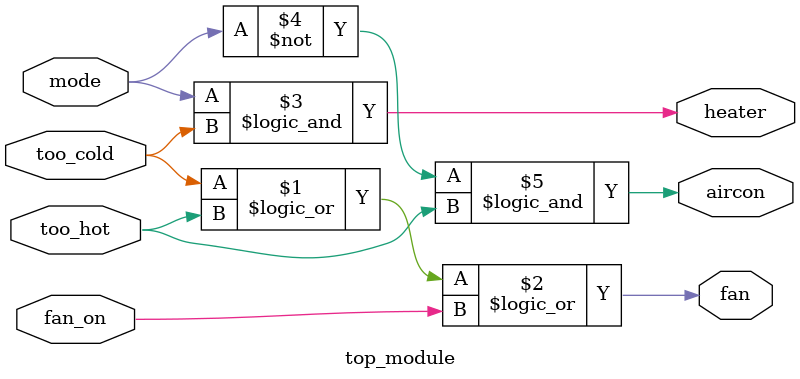
<source format=sv>
module top_module(
	input mode,
	input too_cold, 
	input too_hot,
	input fan_on,
	output heater,
	output aircon,
	output fan
);

	// Fan control logic
	assign fan = too_cold || too_hot || fan_on;
	
	// Heater control logic
	assign heater = mode && too_cold;
	
	// Air conditioner control logic
	assign aircon = ~mode && too_hot;

endmodule

</source>
